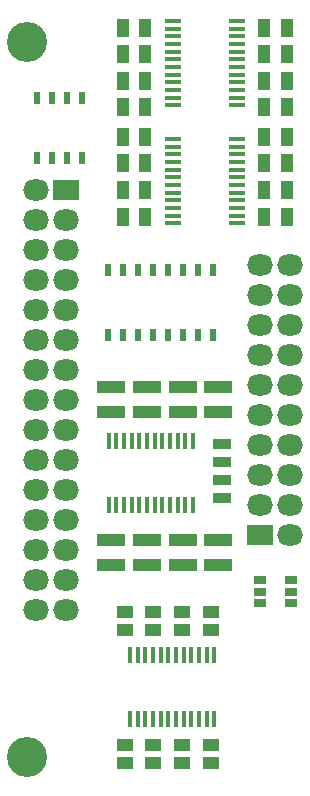
<source format=gts>
G04*
G04 #@! TF.GenerationSoftware,Altium Limited,Altium Designer,18.1.7 (191)*
G04*
G04 Layer_Color=8388736*
%FSLAX44Y44*%
%MOMM*%
G71*
G01*
G75*
%ADD21R,2.4000X1.1000*%
%ADD22R,1.4000X1.0500*%
%ADD23R,1.1000X1.5000*%
%ADD24R,0.3400X1.3400*%
%ADD25R,1.1400X0.6400*%
%ADD26R,1.5000X0.9000*%
%ADD27R,0.5500X1.1400*%
%ADD28R,1.3400X0.3400*%
%ADD29R,2.2000X1.8000*%
%ADD30O,2.2000X1.8000*%
%ADD31O,2.2032X1.8032*%
%ADD32O,2.2040X1.8040*%
%ADD33C,3.4000*%
D21*
X1249136Y1970500D02*
D03*
Y1949500D02*
D03*
Y1820316D02*
D03*
Y1841316D02*
D03*
X1219050D02*
D03*
Y1820316D02*
D03*
X1188772Y1949500D02*
D03*
Y1970500D02*
D03*
Y1841316D02*
D03*
Y1820316D02*
D03*
X1158240Y1949500D02*
D03*
Y1970500D02*
D03*
Y1841316D02*
D03*
Y1820316D02*
D03*
X1219050Y1949500D02*
D03*
Y1970500D02*
D03*
D22*
X1170000Y1780250D02*
D03*
Y1764750D02*
D03*
X1194167Y1780250D02*
D03*
Y1764750D02*
D03*
X1218333Y1780250D02*
D03*
Y1764750D02*
D03*
X1242500Y1780250D02*
D03*
Y1764750D02*
D03*
X1242500Y1652250D02*
D03*
Y1667750D02*
D03*
X1218333D02*
D03*
Y1652250D02*
D03*
X1194167Y1667750D02*
D03*
Y1652250D02*
D03*
X1170000Y1667750D02*
D03*
Y1652250D02*
D03*
D23*
X1288000Y2115000D02*
D03*
X1307000D02*
D03*
X1288000Y2137500D02*
D03*
X1307000D02*
D03*
X1288000Y2160000D02*
D03*
X1307000D02*
D03*
X1288000Y2182500D02*
D03*
X1307000D02*
D03*
X1288000Y2207500D02*
D03*
X1307000D02*
D03*
X1288000Y2230000D02*
D03*
X1307000D02*
D03*
X1288000Y2252500D02*
D03*
X1307000D02*
D03*
X1288000Y2275000D02*
D03*
X1307000D02*
D03*
X1187000Y2115000D02*
D03*
X1168000D02*
D03*
X1187000Y2137500D02*
D03*
X1168000D02*
D03*
X1187000Y2160000D02*
D03*
X1168000D02*
D03*
X1187000Y2182500D02*
D03*
X1168000D02*
D03*
X1187000Y2207500D02*
D03*
X1168000D02*
D03*
X1187000Y2230000D02*
D03*
X1168000D02*
D03*
X1187000Y2252500D02*
D03*
X1168000D02*
D03*
X1187000Y2275000D02*
D03*
X1168000D02*
D03*
D24*
X1227772Y1925142D02*
D03*
X1221272D02*
D03*
X1214772D02*
D03*
X1208272D02*
D03*
X1201772D02*
D03*
X1195272D02*
D03*
X1188772D02*
D03*
X1182272D02*
D03*
X1175772D02*
D03*
X1169272D02*
D03*
X1162772D02*
D03*
X1156272D02*
D03*
X1227772Y1871142D02*
D03*
X1221272D02*
D03*
X1214772D02*
D03*
X1208272D02*
D03*
X1201772D02*
D03*
X1195272D02*
D03*
X1188772D02*
D03*
X1182272D02*
D03*
X1175772D02*
D03*
X1169272D02*
D03*
X1162772D02*
D03*
X1156272D02*
D03*
X1245836Y1743878D02*
D03*
X1239336D02*
D03*
X1232836D02*
D03*
X1226336D02*
D03*
X1219836D02*
D03*
X1213336D02*
D03*
X1206836D02*
D03*
X1200336D02*
D03*
X1193836D02*
D03*
X1187336D02*
D03*
X1180836D02*
D03*
X1174336D02*
D03*
X1245836Y1689878D02*
D03*
X1239336D02*
D03*
X1232836D02*
D03*
X1226336D02*
D03*
X1219836D02*
D03*
X1213336D02*
D03*
X1206836D02*
D03*
X1200336D02*
D03*
X1193836D02*
D03*
X1187336D02*
D03*
X1180836D02*
D03*
X1174336D02*
D03*
D25*
X1311000Y1788000D02*
D03*
Y1797500D02*
D03*
Y1807000D02*
D03*
X1284000Y1788000D02*
D03*
Y1797500D02*
D03*
Y1807000D02*
D03*
D26*
X1252500Y1892350D02*
D03*
Y1876850D02*
D03*
Y1906850D02*
D03*
Y1922350D02*
D03*
D27*
X1155550Y2015000D02*
D03*
X1168250D02*
D03*
X1180950D02*
D03*
X1193650D02*
D03*
X1206350D02*
D03*
X1219050D02*
D03*
X1231750D02*
D03*
X1244450D02*
D03*
X1155550Y2070000D02*
D03*
X1168250D02*
D03*
X1180950D02*
D03*
X1193650D02*
D03*
X1206350D02*
D03*
X1219050D02*
D03*
X1231750D02*
D03*
X1244450D02*
D03*
X1134050Y2215500D02*
D03*
X1121350D02*
D03*
X1108650D02*
D03*
X1095950D02*
D03*
X1134050Y2164500D02*
D03*
X1121350D02*
D03*
X1108650D02*
D03*
X1095950D02*
D03*
D28*
X1210500Y2180750D02*
D03*
Y2174250D02*
D03*
Y2167750D02*
D03*
Y2161250D02*
D03*
Y2154750D02*
D03*
Y2148250D02*
D03*
Y2141750D02*
D03*
Y2135250D02*
D03*
Y2128750D02*
D03*
Y2122250D02*
D03*
Y2115750D02*
D03*
Y2109250D02*
D03*
X1264500Y2180750D02*
D03*
Y2174250D02*
D03*
Y2167750D02*
D03*
Y2161250D02*
D03*
Y2154750D02*
D03*
Y2148250D02*
D03*
Y2141750D02*
D03*
Y2135250D02*
D03*
Y2128750D02*
D03*
Y2122250D02*
D03*
Y2115750D02*
D03*
Y2109250D02*
D03*
X1210500Y2280750D02*
D03*
Y2274250D02*
D03*
Y2267750D02*
D03*
Y2261250D02*
D03*
Y2254750D02*
D03*
Y2248250D02*
D03*
Y2241750D02*
D03*
Y2235250D02*
D03*
Y2228750D02*
D03*
Y2222250D02*
D03*
Y2215750D02*
D03*
Y2209250D02*
D03*
X1264500Y2280750D02*
D03*
Y2274250D02*
D03*
Y2267750D02*
D03*
Y2261250D02*
D03*
Y2254750D02*
D03*
Y2248250D02*
D03*
Y2241750D02*
D03*
Y2235250D02*
D03*
Y2228750D02*
D03*
Y2222250D02*
D03*
Y2215750D02*
D03*
Y2209250D02*
D03*
D29*
X1284600Y1845700D02*
D03*
X1120000Y2137800D02*
D03*
D30*
X1284600Y1871100D02*
D03*
Y1921900D02*
D03*
Y1947300D02*
D03*
Y1972700D02*
D03*
Y1998100D02*
D03*
Y2023500D02*
D03*
Y2048900D02*
D03*
Y2074300D02*
D03*
X1310000Y1845700D02*
D03*
Y1871100D02*
D03*
Y1921900D02*
D03*
Y1947300D02*
D03*
Y1972700D02*
D03*
Y1998100D02*
D03*
Y2023500D02*
D03*
Y2048900D02*
D03*
Y2074300D02*
D03*
X1094600Y2137800D02*
D03*
Y2112400D02*
D03*
Y2087000D02*
D03*
Y2061600D02*
D03*
Y2036200D02*
D03*
Y2010800D02*
D03*
Y1985400D02*
D03*
Y1960000D02*
D03*
Y1934600D02*
D03*
Y1909200D02*
D03*
Y1883800D02*
D03*
Y1858400D02*
D03*
Y1833000D02*
D03*
Y1807600D02*
D03*
Y1782200D02*
D03*
X1120000Y2112400D02*
D03*
Y2087000D02*
D03*
Y2061600D02*
D03*
Y2036200D02*
D03*
Y2010800D02*
D03*
Y1985400D02*
D03*
Y1960000D02*
D03*
Y1934600D02*
D03*
Y1909200D02*
D03*
Y1883800D02*
D03*
Y1858400D02*
D03*
Y1833000D02*
D03*
Y1807600D02*
D03*
Y1782200D02*
D03*
D31*
X1284600Y1896500D02*
D03*
D32*
X1310000D02*
D03*
D33*
X1087500Y1657500D02*
D03*
Y2262886D02*
D03*
M02*

</source>
